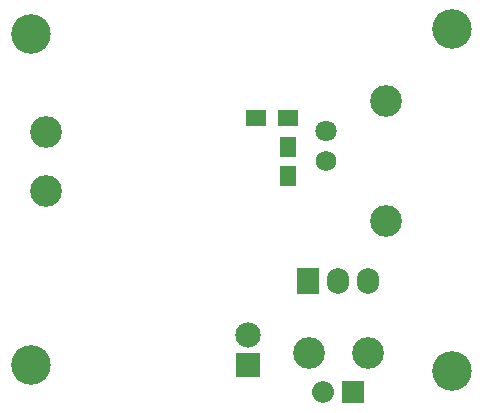
<source format=gbr>
G04 #@! TF.GenerationSoftware,KiCad,Pcbnew,(5.1.5)-3*
G04 #@! TF.CreationDate,2021-03-10T17:51:43-05:00*
G04 #@! TF.ProjectId,DiffProbe,44696666-5072-46f6-9265-2e6b69636164,X1*
G04 #@! TF.SameCoordinates,Original*
G04 #@! TF.FileFunction,Soldermask,Bot*
G04 #@! TF.FilePolarity,Negative*
%FSLAX46Y46*%
G04 Gerber Fmt 4.6, Leading zero omitted, Abs format (unit mm)*
G04 Created by KiCad (PCBNEW (5.1.5)-3) date 2021-03-10 17:51:43*
%MOMM*%
%LPD*%
G04 APERTURE LIST*
%ADD10C,3.352400*%
%ADD11R,1.402400X1.652400*%
%ADD12R,1.652400X1.452400*%
%ADD13C,2.692400*%
%ADD14R,2.152400X2.152400*%
%ADD15C,2.152400*%
%ADD16C,1.727200*%
%ADD17C,1.803400*%
%ADD18R,1.879600X2.184400*%
%ADD19O,1.879600X2.184400*%
%ADD20R,1.852400X1.852400*%
%ADD21O,1.852400X1.852400*%
G04 APERTURE END LIST*
D10*
X39624000Y-32512000D03*
D11*
X25750000Y-16000000D03*
X25750000Y-13500000D03*
D12*
X23034000Y-11049000D03*
X25734000Y-11049000D03*
D13*
X32512000Y-30988000D03*
X27512000Y-30988000D03*
X5240000Y-17242000D03*
X5240000Y-12242000D03*
D14*
X22352000Y-32004000D03*
D15*
X22352000Y-29464000D03*
D16*
X28956000Y-14732000D03*
D17*
X28956000Y-12192000D03*
D13*
X34036000Y-9652000D03*
X34036000Y-19812000D03*
D18*
X27432000Y-24892000D03*
D19*
X29972000Y-24892000D03*
X32512000Y-24892000D03*
D10*
X4000000Y-32000000D03*
X39624000Y-3556000D03*
X4000000Y-4000000D03*
D20*
X31242000Y-34290000D03*
D21*
X28702000Y-34290000D03*
M02*

</source>
